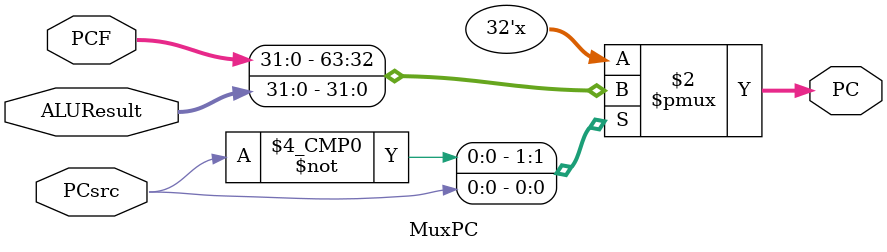
<source format=sv>



module MuxPC(input logic         PCsrc,              //signal from controller
    input logic  [31:0] PCF,ALUResult,
    output logic [31:0] PC
);

always_comb

begin 
	case(PCsrc)
		1'b0 : PC = PCF;
		1'b1 : PC = ALUResult;
		default: PC = PCF;
		endcase
	end
endmodule

</source>
